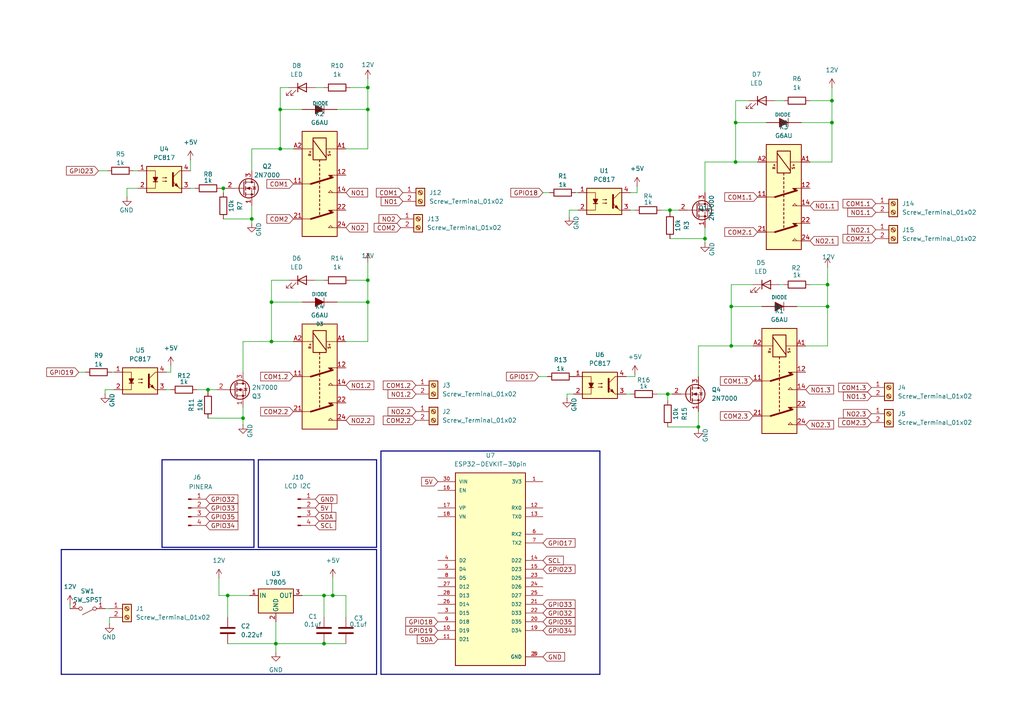
<source format=kicad_sch>
(kicad_sch (version 20250114) (generator "eeschema") (generator_version "9.0")
  (paper "A4")
  (lib_symbols
    (symbol "Connector:Conn_01x04_Pin" (pin_names (offset 1.016) (hide yes))
      (property "Reference" "J" (at 0 5.08 0))
      (property "Value" "Conn_01x04_Pin" (at 0 -7.62 0))
      (symbol "Conn_01x04_Pin_1_1"
        (pin passive line (at 5.08 2.54 180) (length 3.81) (name "Pin_1") (number "1"))
        (pin passive line (at 5.08 0 180) (length 3.81) (name "Pin_2") (number "2"))
        (pin passive line (at 5.08 -2.54 180) (length 3.81) (name "Pin_3") (number "3"))
        (pin passive line (at 5.08 -5.08 180) (length 3.81) (name "Pin_4") (number "4"))
      )
    )
    (symbol "Connector:Screw_Terminal_01x02" (pin_names (offset 1.016) (hide yes))
      (property "Reference" "J" (at 0 2.54 0))
      (property "Value" "Screw_Terminal_01x02" (at 0 -5.08 0))
      (symbol "Screw_Terminal_01x02_1_1"
        (pin passive line (at -5.08 0 0) (length 3.81) (name "Pin_1") (number "1"))
        (pin passive line (at -5.08 -2.54 0) (length 3.81) (name "Pin_2") (number "2"))
      )
    )
    (symbol "Device:C" (pin_numbers (hide yes)) (pin_names (offset 0.254))
      (property "Reference" "C" (at 0.635 2.54 0))
      (property "Value" "C" (at 0.635 -2.54 0))
      (symbol "C_1_1"
        (pin passive line (at 0 3.81 270) (length 2.794) (name "~") (number "1"))
        (pin passive line (at 0 -3.81 90) (length 2.794) (name "~") (number "2"))
      )
    )
    (symbol "Device:LED" (pin_numbers (hide yes)) (pin_names (offset 1.016) (hide yes))
      (property "Reference" "D" (at 0 2.54 0))
      (property "Value" "LED" (at 0 -2.54 0))
      (symbol "LED_1_1"
        (pin passive line (at -3.81 0 0) (length 2.54) (name "K") (number "1"))
        (pin passive line (at 3.81 0 180) (length 2.54) (name "A") (number "2"))
      )
    )
    (symbol "Device:R" (pin_numbers (hide yes)) (pin_names (offset 0))
      (property "Reference" "R" (at 2.032 0 90))
      (property "Value" "R" (at 0 0 90))
      (symbol "R_1_1"
        (pin passive line (at 0 3.81 270) (length 1.27) (name "~") (number "1"))
        (pin passive line (at 0 -3.81 90) (length 1.27) (name "~") (number "2"))
      )
    )
    (symbol "EESTN5:DIODE" (pin_numbers (hide yes)) (pin_names (offset 1.016) (hide yes))
      (property "Reference" "D" (at 0 2.54 0))
      (property "Value" "DIODE" (at 0 -2.54 0))
      (symbol "DIODE_1_1"
        (pin passive line (at -5.08 0 0) (length 3.81) (name "A") (number "1"))
        (pin passive line (at 5.08 0 180) (length 3.81) (name "K") (number "2"))
      )
    )
    (symbol "EESTN5:PC817" (pin_names (offset 1.016))
      (property "Reference" "U" (at -5.08 5.08 0))
      (property "Value" "PC817" (at 0 5.08 0))
      (symbol "PC817_1_1"
        (pin passive line (at -7.62 2.54 0) (length 2.54) (name "~") (number "1"))
        (pin passive line (at -7.62 -2.54 0) (length 2.54) (name "~") (number "2"))
        (pin passive line (at 7.62 2.54 180) (length 2.54) (name "~") (number "4"))
        (pin passive line (at 7.62 -2.54 180) (length 2.54) (name "~") (number "3"))
      )
    )
    (symbol "MixLib:ESP32-DEVKIT-30pin" (pin_names (offset 1.016))
      (property "Reference" "U" (at -10.16 30.48 0))
      (property "Value" "ESP32-DEVKIT-30pin" (at -10.16 -30.48 0))
      (symbol "ESP32-DEVKIT-30pin_0_0"
        (pin input line (at -15.24 25.4 0) (length 5.08) (name "VIN") (number "30"))
        (pin input line (at -15.24 22.86 0) (length 5.08) (name "EN") (number "16"))
        (pin bidirectional line (at -15.24 17.78 0) (length 5.08) (name "VP") (number "17"))
        (pin bidirectional line (at -15.24 15.24 0) (length 5.08) (name "VN") (number "18"))
        (pin bidirectional line (at -15.24 2.54 0) (length 5.08) (name "D2") (number "4"))
        (pin bidirectional line (at -15.24 0 0) (length 5.08) (name "D4") (number "5"))
        (pin bidirectional line (at -15.24 -2.54 0) (length 5.08) (name "D5") (number "8"))
        (pin bidirectional line (at -15.24 -5.08 0) (length 5.08) (name "D12") (number "27"))
        (pin bidirectional line (at -15.24 -7.62 0) (length 5.08) (name "D13") (number "28"))
        (pin bidirectional line (at -15.24 -10.16 0) (length 5.08) (name "D14") (number "26"))
        (pin bidirectional line (at -15.24 -12.7 0) (length 5.08) (name "D15") (number "3"))
        (pin bidirectional line (at -15.24 -15.24 0) (length 5.08) (name "D18") (number "9"))
        (pin bidirectional line (at -15.24 -17.78 0) (length 5.08) (name "D19") (number "10"))
        (pin bidirectional line (at -15.24 -20.32 0) (length 5.08) (name "D21") (number "11"))
        (pin output line (at 15.24 25.4 180) (length 5.08) (name "3V3") (number "1"))
        (pin input line (at 15.24 17.78 180) (length 5.08) (name "RX0") (number "12"))
        (pin output line (at 15.24 15.24 180) (length 5.08) (name "TX0") (number "13"))
        (pin input line (at 15.24 10.16 180) (length 5.08) (name "RX2") (number "6"))
        (pin output line (at 15.24 7.62 180) (length 5.08) (name "TX2") (number "7"))
        (pin bidirectional line (at 15.24 2.54 180) (length 5.08) (name "D22") (number "14"))
        (pin bidirectional line (at 15.24 0 180) (length 5.08) (name "D23") (number "15"))
        (pin bidirectional line (at 15.24 -2.54 180) (length 5.08) (name "D25") (number "23"))
        (pin bidirectional line (at 15.24 -5.08 180) (length 5.08) (name "D26") (number "24"))
        (pin bidirectional line (at 15.24 -7.62 180) (length 5.08) (name "D27") (number "25"))
        (pin bidirectional line (at 15.24 -10.16 180) (length 5.08) (name "D32") (number "21"))
        (pin bidirectional line (at 15.24 -12.7 180) (length 5.08) (name "D33") (number "22"))
        (pin bidirectional line (at 15.24 -15.24 180) (length 5.08) (name "D35") (number "20"))
        (pin bidirectional line (at 15.24 -17.78 180) (length 5.08) (name "D34") (number "19"))
        (pin power_in line (at 15.24 -25.4 180) (length 5.08) (name "GND") (number "2"))
        (pin power_in line (at 15.24 -25.4 180) (length 5.08) (name "GND") (number "29"))
      )
    )
    (symbol "Regulator_Linear:L7805" (pin_names (offset 0.254))
      (property "Reference" "U" (at -3.81 3.175 0))
      (property "Value" "L7805" (at 0 3.175 0))
      (symbol "L7805_1_1"
        (pin power_in line (at -7.62 0 0) (length 2.54) (name "IN") (number "1"))
        (pin power_in line (at 0 -7.62 90) (length 2.54) (name "GND") (number "2"))
        (pin power_out line (at 7.62 0 180) (length 2.54) (name "OUT") (number "3"))
      )
    )
    (symbol "Relay:G6AU"
      (property "Reference" "K" (at 16.51 3.81 0))
      (property "Value" "G6AU" (at 16.51 1.27 0))
      (symbol "G6AU_1_0"
        (text "S+" (at -8.89 2.794 0) (effects (font (size 0.762 0.762))))
        (text "R+" (at -8.89 -2.794 0) (effects (font (size 0.762 0.762))))
      )
      (symbol "G6AU_1_1"
        (pin passive line (at -10.16 7.62 270) (length 2.54) (name "~") (number "A1"))
        (pin passive line (at -10.16 -7.62 90) (length 2.54) (name "~") (number "A2"))
        (pin passive line (at -2.54 7.62 270) (length 2.54) (name "~") (number "12"))
        (pin passive line (at 0 -7.62 90) (length 2.54) (name "~") (number "11"))
        (pin passive line (at 2.54 7.62 270) (length 2.54) (name "~") (number "14"))
        (pin passive line (at 7.62 7.62 270) (length 2.54) (name "~") (number "22"))
        (pin passive line (at 10.16 -7.62 90) (length 2.54) (name "~") (number "21"))
        (pin passive line (at 12.7 7.62 270) (length 2.54) (name "~") (number "24"))
      )
    )
    (symbol "Switch:SW_SPST" (pin_names (offset 0) (hide yes))
      (property "Reference" "SW" (at 0 3.175 0))
      (property "Value" "SW_SPST" (at 0 -2.54 0))
      (symbol "SW_SPST_1_1"
        (pin passive line (at -5.08 0 0) (length 2.54) (name "A") (number "1"))
        (pin passive line (at 5.08 0 180) (length 2.54) (name "B") (number "2"))
      )
    )
    (symbol "Transistor_FET:2N7000" (pin_names (hide yes))
      (property "Reference" "Q" (at 5.08 1.905 0))
      (property "Value" "2N7000" (at 5.08 0 0))
      (symbol "2N7000_1_1"
        (pin input line (at -5.08 0 0) (length 2.54) (name "G") (number "2"))
        (pin passive line (at 2.54 5.08 270) (length 2.54) (name "D") (number "3"))
        (pin passive line (at 2.54 -5.08 90) (length 2.54) (name "S") (number "1"))
      )
    )
    (symbol "power:+5V" (power) (pin_numbers (hide yes)) (pin_names (offset 0) (hide yes))
      (property "Value" "+5V" (at 0 3.556 0))
      (symbol "+5V_1_1"
        (pin power_in line (at 0 0 90) (length 0) (name "~") (number "1"))
      )
    )
    (symbol "power:GND" (power) (pin_numbers (hide yes)) (pin_names (offset 0) (hide yes))
      (property "Value" "GND" (at 0 -3.81 0))
      (symbol "GND_1_1"
        (pin power_in line (at 0 0 270) (length 0) (name "~") (number "1"))
      )
    )
    (symbol "power:VCC" (power) (pin_numbers (hide yes)) (pin_names (offset 0) (hide yes))
      (property "Value" "VCC" (at 0 3.556 0))
      (symbol "VCC_1_1"
        (pin power_in line (at 0 0 90) (length 0) (name "~") (number "1"))
      )
    )
  )
  (junction (at 204.47 69.215))
  (junction (at 81.28 31.75))
  (junction (at 213.36 35.56))
  (junction (at 96.52 172.72))
  (junction (at 106.68 87.63))
  (junction (at 240.03 88.9))
  (junction (at 193.675 114.3))
  (junction (at 212.09 100.33))
  (junction (at 78.74 87.63))
  (junction (at 93.98 186.69))
  (junction (at 106.68 31.75))
  (junction (at 60.325 113.03))
  (junction (at 93.98 172.72))
  (junction (at 81.28 43.18))
  (junction (at 106.68 81.28))
  (junction (at 106.68 25.4))
  (junction (at 73.025 63.5))
  (junction (at 212.09 88.9))
  (junction (at 64.77 54.61))
  (junction (at 194.31 60.96))
  (junction (at 78.74 99.06))
  (junction (at 80.01 186.69))
  (junction (at 213.36 46.99))
  (junction (at 66.04 172.72))
  (junction (at 240.03 82.55))
  (junction (at 202.565 123.825))
  (junction (at 241.3 35.56))
  (junction (at 241.3 29.21))
  (junction (at 70.485 121.285))
  (wire (pts (xy 165.1 62.865) (xy 165.1 60.96)))
  (wire (pts (xy 55.245 54.61) (xy 56.515 54.61)))
  (wire (pts (xy 106.68 81.28) (xy 106.68 87.63)))
  (wire (pts (xy 101.6 25.4) (xy 106.68 25.4)))
  (wire (pts (xy 220.98 88.9) (xy 212.09 88.9)))
  (wire (pts (xy 241.3 46.99) (xy 241.3 35.56)))
  (bus (pts (xy 74.93 158.75) (xy 109.22 158.75)))
  (wire (pts (xy 222.25 35.56) (xy 213.36 35.56)))
  (wire (pts (xy 48.26 113.03) (xy 49.53 113.03)))
  (wire (pts (xy 73.025 63.5) (xy 73.025 64.77)))
  (wire (pts (xy 218.44 82.55) (xy 212.09 82.55)))
  (bus (pts (xy 109.22 195.58) (xy 17.78 195.58)))
  (wire (pts (xy 36.83 54.61) (xy 36.83 57.15)))
  (wire (pts (xy 184.15 108.585) (xy 184.15 109.22)))
  (wire (pts (xy 87.63 87.63) (xy 78.74 87.63)))
  (wire (pts (xy 93.98 186.69) (xy 100.33 186.69)))
  (wire (pts (xy 193.675 114.3) (xy 194.945 114.3)))
  (bus (pts (xy 109.22 159.385) (xy 109.22 195.58)))
  (wire (pts (xy 66.04 172.72) (xy 72.39 172.72)))
  (wire (pts (xy 194.31 60.96) (xy 194.31 61.595)))
  (wire (pts (xy 181.61 109.22) (xy 184.15 109.22)))
  (bus (pts (xy 110.49 130.81) (xy 173.99 130.81)))
  (wire (pts (xy 24.765 107.95) (xy 22.86 107.95)))
  (bus (pts (xy 173.99 130.81) (xy 173.99 195.58)))
  (wire (pts (xy 158.75 109.22) (xy 156.21 109.22)))
  (wire (pts (xy 202.565 100.33) (xy 212.09 100.33)))
  (wire (pts (xy 64.135 54.61) (xy 64.77 54.61)))
  (wire (pts (xy 91.44 81.28) (xy 93.98 81.28)))
  (bus (pts (xy 73.66 133.35) (xy 46.99 133.35)))
  (wire (pts (xy 78.74 81.28) (xy 78.74 87.63)))
  (wire (pts (xy 33.02 113.03) (xy 30.48 113.03)))
  (wire (pts (xy 240.03 82.55) (xy 240.03 88.9)))
  (wire (pts (xy 57.15 113.03) (xy 60.325 113.03)))
  (wire (pts (xy 60.325 113.03) (xy 62.865 113.03)))
  (wire (pts (xy 31.115 49.53) (xy 28.575 49.53)))
  (wire (pts (xy 80.01 180.34) (xy 80.01 186.69)))
  (wire (pts (xy 87.63 172.72) (xy 93.98 172.72)))
  (wire (pts (xy 66.04 172.72) (xy 66.04 179.07)))
  (wire (pts (xy 20.32 175.26) (xy 20.32 176.53)))
  (wire (pts (xy 55.245 46.355) (xy 55.245 49.53)))
  (wire (pts (xy 241.3 29.21) (xy 241.3 35.56)))
  (wire (pts (xy 32.385 107.95) (xy 33.02 107.95)))
  (wire (pts (xy 217.17 29.21) (xy 213.36 29.21)))
  (wire (pts (xy 213.36 46.99) (xy 219.71 46.99)))
  (wire (pts (xy 204.47 46.99) (xy 213.36 46.99)))
  (wire (pts (xy 48.26 107.95) (xy 49.53 107.95)))
  (bus (pts (xy 17.78 195.58) (xy 17.78 159.385)))
  (wire (pts (xy 240.03 100.33) (xy 240.03 88.9)))
  (wire (pts (xy 234.95 82.55) (xy 240.03 82.55)))
  (wire (pts (xy 106.68 99.06) (xy 106.68 87.63)))
  (wire (pts (xy 64.77 54.61) (xy 65.405 54.61)))
  (wire (pts (xy 70.485 107.95) (xy 70.485 99.06)))
  (wire (pts (xy 60.325 113.03) (xy 60.325 113.665)))
  (wire (pts (xy 49.53 107.95) (xy 49.53 106.045)))
  (wire (pts (xy 159.385 55.88) (xy 157.48 55.88)))
  (wire (pts (xy 106.68 25.4) (xy 106.68 31.75)))
  (wire (pts (xy 218.44 100.33) (xy 212.09 100.33)))
  (bus (pts (xy 110.49 195.58) (xy 110.49 130.81)))
  (wire (pts (xy 96.52 172.72) (xy 96.52 167.64)))
  (bus (pts (xy 46.99 133.35) (xy 46.99 158.75)))
  (wire (pts (xy 204.47 55.88) (xy 204.47 46.99)))
  (wire (pts (xy 80.01 186.69) (xy 93.98 186.69)))
  (wire (pts (xy 240.03 88.9) (xy 231.14 88.9)))
  (wire (pts (xy 182.88 60.96) (xy 184.15 60.96)))
  (wire (pts (xy 38.735 49.53) (xy 40.005 49.53)))
  (wire (pts (xy 240.03 77.47) (xy 240.03 82.55)))
  (wire (pts (xy 100.33 172.72) (xy 96.52 172.72)))
  (wire (pts (xy 64.77 54.61) (xy 64.77 55.88)))
  (wire (pts (xy 184.785 55.88) (xy 184.785 53.975)))
  (wire (pts (xy 85.09 99.06) (xy 78.74 99.06)))
  (wire (pts (xy 240.03 100.33) (xy 233.68 100.33)))
  (wire (pts (xy 241.3 25.4) (xy 241.3 29.21)))
  (wire (pts (xy 212.09 82.55) (xy 212.09 88.9)))
  (wire (pts (xy 60.325 121.285) (xy 70.485 121.285)))
  (wire (pts (xy 106.68 43.18) (xy 106.68 31.75)))
  (wire (pts (xy 194.31 60.96) (xy 196.85 60.96)))
  (wire (pts (xy 31.75 179.07) (xy 31.75 180.975)))
  (wire (pts (xy 93.98 172.72) (xy 93.98 179.07)))
  (wire (pts (xy 194.31 69.215) (xy 204.47 69.215)))
  (bus (pts (xy 173.99 195.58) (xy 110.49 195.58)))
  (wire (pts (xy 193.675 123.825) (xy 202.565 123.825)))
  (wire (pts (xy 78.74 87.63) (xy 78.74 99.06)))
  (wire (pts (xy 234.95 29.21) (xy 241.3 29.21)))
  (wire (pts (xy 63.5 172.72) (xy 66.04 172.72)))
  (wire (pts (xy 190.5 114.3) (xy 193.675 114.3)))
  (wire (pts (xy 83.82 81.28) (xy 78.74 81.28)))
  (wire (pts (xy 182.88 55.88) (xy 184.785 55.88)))
  (wire (pts (xy 70.485 118.11) (xy 70.485 121.285)))
  (wire (pts (xy 106.68 31.75) (xy 97.79 31.75)))
  (wire (pts (xy 202.565 119.38) (xy 202.565 123.825)))
  (wire (pts (xy 73.025 49.53) (xy 73.025 43.18)))
  (wire (pts (xy 106.68 99.06) (xy 100.33 99.06)))
  (wire (pts (xy 106.68 87.63) (xy 97.79 87.63)))
  (wire (pts (xy 81.28 43.18) (xy 85.09 43.18)))
  (wire (pts (xy 64.77 63.5) (xy 73.025 63.5)))
  (wire (pts (xy 106.68 22.86) (xy 106.68 25.4)))
  (bus (pts (xy 73.66 133.35) (xy 73.66 158.75)))
  (wire (pts (xy 106.68 43.18) (xy 100.33 43.18)))
  (bus (pts (xy 109.22 133.35) (xy 74.93 133.35)))
  (wire (pts (xy 93.98 172.72) (xy 96.52 172.72)))
  (wire (pts (xy 181.61 114.3) (xy 182.88 114.3)))
  (wire (pts (xy 70.485 121.285) (xy 70.485 123.19)))
  (wire (pts (xy 81.28 31.75) (xy 81.28 43.18)))
  (wire (pts (xy 166.37 114.3) (xy 164.465 114.3)))
  (wire (pts (xy 66.04 186.69) (xy 80.01 186.69)))
  (wire (pts (xy 81.28 25.4) (xy 81.28 31.75)))
  (wire (pts (xy 202.565 109.22) (xy 202.565 100.33)))
  (wire (pts (xy 213.36 35.56) (xy 213.36 46.99)))
  (wire (pts (xy 213.36 29.21) (xy 213.36 35.56)))
  (wire (pts (xy 167.005 55.88) (xy 167.64 55.88)))
  (wire (pts (xy 63.5 167.64) (xy 63.5 172.72)))
  (wire (pts (xy 212.09 88.9) (xy 212.09 100.33)))
  (wire (pts (xy 91.44 25.4) (xy 93.98 25.4)))
  (bus (pts (xy 109.22 158.75) (xy 109.22 133.35)))
  (wire (pts (xy 204.47 69.215) (xy 204.47 70.485)))
  (wire (pts (xy 191.77 60.96) (xy 194.31 60.96)))
  (wire (pts (xy 30.48 176.53) (xy 31.75 176.53)))
  (wire (pts (xy 193.675 114.3) (xy 193.675 116.205)))
  (wire (pts (xy 241.3 46.99) (xy 234.95 46.99)))
  (wire (pts (xy 101.6 81.28) (xy 106.68 81.28)))
  (bus (pts (xy 17.78 159.385) (xy 109.22 159.385)))
  (wire (pts (xy 204.47 66.04) (xy 204.47 69.215)))
  (wire (pts (xy 73.025 59.69) (xy 73.025 63.5)))
  (wire (pts (xy 80.01 186.69) (xy 80.01 189.23)))
  (wire (pts (xy 106.68 76.2) (xy 106.68 81.28)))
  (wire (pts (xy 100.33 179.07) (xy 100.33 172.72)))
  (wire (pts (xy 83.82 25.4) (xy 81.28 25.4)))
  (wire (pts (xy 227.33 82.55) (xy 226.06 82.55)))
  (bus (pts (xy 46.99 158.75) (xy 73.66 158.75)))
  (wire (pts (xy 36.83 54.61) (xy 40.005 54.61)))
  (wire (pts (xy 73.025 43.18) (xy 81.28 43.18)))
  (wire (pts (xy 165.1 60.96) (xy 167.64 60.96)))
  (wire (pts (xy 202.565 123.825) (xy 202.565 124.46)))
  (wire (pts (xy 164.465 114.3) (xy 164.465 115.57)))
  (wire (pts (xy 81.28 31.75) (xy 87.63 31.75)))
  (wire (pts (xy 30.48 113.03) (xy 30.48 114.3)))
  (wire (pts (xy 224.79 29.21) (xy 227.33 29.21)))
  (wire (pts (xy 241.3 35.56) (xy 232.41 35.56)))
  (wire (pts (xy 70.485 99.06) (xy 78.74 99.06)))
  (bus (pts (xy 74.93 133.35) (xy 74.93 158.75)))
  (global_label "NO1" (shape input) (at 116.84 58.42 180) (property "Intersheetrefs" "${INTERSHEET_REFS}" (effects (hide yes))))
  (global_label "SDA" (shape input) (at 127 185.42 180) (property "Intersheetrefs" "${INTERSHEET_REFS}" (effects (hide yes))))
  (global_label "COM1.1" (shape input) (at 254 59.055 180) (property "Intersheetrefs" "${INTERSHEET_REFS}" (effects (hide yes))))
  (global_label "COM2.3" (shape input) (at 252.73 122.555 180) (property "Intersheetrefs" "${INTERSHEET_REFS}" (effects (hide yes))))
  (global_label "COM1.3" (shape input) (at 218.44 110.49 180) (property "Intersheetrefs" "${INTERSHEET_REFS}" (effects (hide yes))))
  (global_label "NO1.3" (shape input) (at 252.73 114.935 180) (property "Intersheetrefs" "${INTERSHEET_REFS}" (effects (hide yes))))
  (global_label "COM2.2" (shape input) (at 85.09 119.38 180) (property "Intersheetrefs" "${INTERSHEET_REFS}" (effects (hide yes))))
  (global_label "COM1" (shape input) (at 116.84 55.88 180) (property "Intersheetrefs" "${INTERSHEET_REFS}" (effects (hide yes))))
  (global_label "NO2.2" (shape input) (at 100.33 121.92 0) (property "Intersheetrefs" "${INTERSHEET_REFS}" (effects (hide yes))))
  (global_label "GPIO23" (shape input) (at 157.48 165.1 0) (property "Intersheetrefs" "${INTERSHEET_REFS}" (effects (hide yes))))
  (global_label "GPIO19" (shape input) (at 127 182.88 180) (property "Intersheetrefs" "${INTERSHEET_REFS}" (effects (hide yes))))
  (global_label "SCL" (shape input) (at 91.44 152.4 0) (property "Intersheetrefs" "${INTERSHEET_REFS}" (effects (hide yes))))
  (global_label "5V" (shape input) (at 91.44 147.32 0) (property "Intersheetrefs" "${INTERSHEET_REFS}" (effects (hide yes))))
  (global_label "COM2" (shape input) (at 85.09 63.5 180) (property "Intersheetrefs" "${INTERSHEET_REFS}" (effects (hide yes))))
  (global_label "GPIO18" (shape input) (at 157.48 55.88 180) (property "Intersheetrefs" "${INTERSHEET_REFS}" (effects (hide yes))))
  (global_label "NO2" (shape input) (at 100.33 66.04 0) (property "Intersheetrefs" "${INTERSHEET_REFS}" (effects (hide yes))))
  (global_label "COM2.1" (shape input) (at 254 69.215 180) (property "Intersheetrefs" "${INTERSHEET_REFS}" (effects (hide yes))))
  (global_label "GPIO17" (shape input) (at 157.48 157.48 0) (property "Intersheetrefs" "${INTERSHEET_REFS}" (effects (hide yes))))
  (global_label "NO2.2" (shape input) (at 120.65 119.38 180) (property "Intersheetrefs" "${INTERSHEET_REFS}" (effects (hide yes))))
  (global_label "COM2.3" (shape input) (at 218.44 120.65 180) (property "Intersheetrefs" "${INTERSHEET_REFS}" (effects (hide yes))))
  (global_label "COM1.3" (shape input) (at 252.73 112.395 180) (property "Intersheetrefs" "${INTERSHEET_REFS}" (effects (hide yes))))
  (global_label "NO1.2" (shape input) (at 120.65 114.3 180) (property "Intersheetrefs" "${INTERSHEET_REFS}" (effects (hide yes))))
  (global_label "GPIO32" (shape input) (at 157.48 177.8 0) (property "Intersheetrefs" "${INTERSHEET_REFS}" (effects (hide yes))))
  (global_label "5V" (shape input) (at 127 139.7 180) (property "Intersheetrefs" "${INTERSHEET_REFS}" (effects (hide yes))))
  (global_label "COM2.2" (shape input) (at 120.65 121.92 180) (property "Intersheetrefs" "${INTERSHEET_REFS}" (effects (hide yes))))
  (global_label "COM2.1" (shape input) (at 219.71 67.31 180) (property "Intersheetrefs" "${INTERSHEET_REFS}" (effects (hide yes))))
  (global_label "COM1" (shape input) (at 85.09 53.34 180) (property "Intersheetrefs" "${INTERSHEET_REFS}" (effects (hide yes))))
  (global_label "GND" (shape input) (at 157.48 190.5 0) (property "Intersheetrefs" "${INTERSHEET_REFS}" (effects (hide yes))))
  (global_label "GPIO35" (shape input) (at 157.48 180.34 0) (property "Intersheetrefs" "${INTERSHEET_REFS}" (effects (hide yes))))
  (global_label "NO1.1" (shape input) (at 234.95 59.69 0) (property "Intersheetrefs" "${INTERSHEET_REFS}" (effects (hide yes))))
  (global_label "COM1.2" (shape input) (at 85.09 109.22 180) (property "Intersheetrefs" "${INTERSHEET_REFS}" (effects (hide yes))))
  (global_label "GPIO19" (shape input) (at 22.86 107.95 180) (property "Intersheetrefs" "${INTERSHEET_REFS}" (effects (hide yes))))
  (global_label "SDA" (shape input) (at 91.44 149.86 0) (property "Intersheetrefs" "${INTERSHEET_REFS}" (effects (hide yes))))
  (global_label "GPIO34" (shape input) (at 157.48 182.88 0) (property "Intersheetrefs" "${INTERSHEET_REFS}" (effects (hide yes))))
  (global_label "NO2.3" (shape input) (at 252.73 120.015 180) (property "Intersheetrefs" "${INTERSHEET_REFS}" (effects (hide yes))))
  (global_label "COM1.1" (shape input) (at 219.71 57.15 180) (property "Intersheetrefs" "${INTERSHEET_REFS}" (effects (hide yes))))
  (global_label "NO1.1" (shape input) (at 254 61.595 180) (property "Intersheetrefs" "${INTERSHEET_REFS}" (effects (hide yes))))
  (global_label "NO1" (shape input) (at 100.33 55.88 0) (property "Intersheetrefs" "${INTERSHEET_REFS}" (effects (hide yes))))
  (global_label "GPIO17" (shape input) (at 156.21 109.22 180) (property "Intersheetrefs" "${INTERSHEET_REFS}" (effects (hide yes))))
  (global_label "NO2.1" (shape input) (at 254 66.675 180) (property "Intersheetrefs" "${INTERSHEET_REFS}" (effects (hide yes))))
  (global_label "COM1.2" (shape input) (at 120.65 111.76 180) (property "Intersheetrefs" "${INTERSHEET_REFS}" (effects (hide yes))))
  (global_label "GPIO34" (shape input) (at 59.69 152.4 0) (property "Intersheetrefs" "${INTERSHEET_REFS}" (effects (hide yes))))
  (global_label "GPIO32" (shape input) (at 59.69 144.78 0) (property "Intersheetrefs" "${INTERSHEET_REFS}" (effects (hide yes))))
  (global_label "NO1.2" (shape input) (at 100.33 111.76 0) (property "Intersheetrefs" "${INTERSHEET_REFS}" (effects (hide yes))))
  (global_label "NO2.3" (shape input) (at 233.68 123.19 0) (property "Intersheetrefs" "${INTERSHEET_REFS}" (effects (hide yes))))
  (global_label "GPIO23" (shape input) (at 28.575 49.53 180) (property "Intersheetrefs" "${INTERSHEET_REFS}" (effects (hide yes))))
  (global_label "GPIO18" (shape input) (at 127 180.34 180) (property "Intersheetrefs" "${INTERSHEET_REFS}" (effects (hide yes))))
  (global_label "SCL" (shape input) (at 157.48 162.56 0) (property "Intersheetrefs" "${INTERSHEET_REFS}" (effects (hide yes))))
  (global_label "NO1.3" (shape input) (at 233.68 113.03 0) (property "Intersheetrefs" "${INTERSHEET_REFS}" (effects (hide yes))))
  (global_label "GND" (shape input) (at 91.44 144.78 0) (property "Intersheetrefs" "${INTERSHEET_REFS}" (effects (hide yes))))
  (global_label "NO2.1" (shape input) (at 234.95 69.85 0) (property "Intersheetrefs" "${INTERSHEET_REFS}" (effects (hide yes))))
  (global_label "GPIO35" (shape input) (at 59.69 149.86 0) (property "Intersheetrefs" "${INTERSHEET_REFS}" (effects (hide yes))))
  (global_label "GPIO33" (shape input) (at 157.48 175.26 0) (property "Intersheetrefs" "${INTERSHEET_REFS}" (effects (hide yes))))
  (global_label "COM2" (shape input) (at 116.205 66.04 180) (property "Intersheetrefs" "${INTERSHEET_REFS}" (effects (hide yes))))
  (global_label "NO2" (shape input) (at 116.205 63.5 180) (property "Intersheetrefs" "${INTERSHEET_REFS}" (effects (hide yes))))
  (global_label "GPIO33" (shape input) (at 59.69 147.32 0) (property "Intersheetrefs" "${INTERSHEET_REFS}" (effects (hide yes))))
  (symbol (lib_id "Device:R") (at 64.77 59.69 0) (unit 1)
    (property "Reference" "R7" (at 69.596 59.69 90))
    (property "Value" "10k" (at 67.056 59.69 90))
    (property "Footprint" "Resistor_SMD:R_0805_2012Metric" (effects (hide yes)))
    (property "Description" "Resistor" (effects (hide yes)))
  )
  (symbol (lib_id "Connector:Screw_Terminal_01x02") (at 125.73 111.76 0) (unit 1)
    (property "Reference" "J3" (at 128.27 111.7599 0) (effects (justify left)))
    (property "Value" "Screw_Terminal_01x02" (at 128.27 114.2999 0) (effects (justify left)))
    (property "Footprint" "TerminalBlock:TerminalBlock_bornier-2_P5.08mm" (effects (hide yes)))
    (property "Description" "Generic screw terminal, single row, 01x02, script generated (kicad-library-utils/schlib/autogen/connector/)" (effects (hide yes)))
  )
  (symbol (lib_id "Transistor_FET:2N7000") (at 200.025 114.3 0) (unit 1)
    (property "Reference" "Q4" (at 206.375 113.0299 0) (effects (justify left)))
    (property "Value" "2N7000" (at 206.375 115.5699 0) (effects (justify left)))
    (property "Footprint" "EESTN5:to92" (effects (hide yes)))
    (property "Datasheet" "https://www.vishay.com/docs/70226/70226.pdf" (effects (hide yes)))
    (property "Description" "0.2A Id, 200V Vds, N-Channel MOSFET, 2.6V Logic Level, TO-92" (effects (hide yes)))
  )
  (symbol (lib_id "Regulator_Linear:L7805") (at 80.01 172.72 0) (unit 1)
    (property "Reference" "U3" (at 80.01 166.37 0))
    (property "Value" "L7805" (at 80.01 168.91 0))
    (property "Footprint" "Package_TO_SOT_SMD:TO-263-3_TabPin2" (effects (hide yes)))
    (property "Datasheet" "http://www.st.com/content/ccc/resource/technical/document/datasheet/41/4f/b3/b0/12/d4/47/88/CD00000444.pdf/files/CD00000444.pdf/jcr:content/translations/en.CD00000444.pdf" (effects (hide yes)))
    (property "Description" "Positive 1.5A 35V Linear Regulator, Fixed Output 5V, TO-220/TO-263/TO-252" (effects (hide yes)))
  )
  (symbol (lib_id "Relay:G6AU") (at 226.06 110.49 270) (unit 1)
    (property "Reference" "K1" (at 226.06 90.17 90))
    (property "Value" "G6AU" (at 226.06 92.71 90))
    (property "Footprint" "Relay_THT:Relay_DPDT_Omron_G6A" (effects (hide yes)))
    (property "Datasheet" "https://omronfs.omron.com/en_US/ecb/products/pdf/en-g6a.pdf" (effects (hide yes)))
    (property "Description" "Industry-Standard 2-pole relay, designed to switch 2A Signal Loads, Single-winding Latching" (effects (hide yes)))
  )
  (symbol (lib_id "power:+5V") (at 55.245 46.355 0) (unit 1)
    (property "Reference" "#PWR011" (effects (hide yes)))
    (property "Value" "+5V" (at 55.245 41.275 0))
    (property "Description" "Power symbol creates a global label with name \"+5V\"" (effects (hide yes)))
  )
  (symbol (lib_id "power:GND") (at 202.565 124.46 0) (unit 1)
    (property "Reference" "#PWR019" (effects (hide yes)))
    (property "Value" "GND" (at 204.597 124.206 90) (effects (justify right)))
    (property "Description" "Power symbol creates a global label with name \"GND\" , ground" (effects (hide yes)))
  )
  (symbol (lib_id "power:+5V") (at 96.52 167.64 0) (unit 1)
    (property "Reference" "#PWR06" (effects (hide yes)))
    (property "Value" "+5V" (at 96.52 162.56 0))
    (property "Description" "Power symbol creates a global label with name \"+5V\"" (effects (hide yes)))
  )
  (symbol (lib_id "power:VCC") (at 241.3 25.4 0) (unit 1)
    (property "Reference" "#PWR04" (effects (hide yes)))
    (property "Value" "12V" (at 241.3 20.32 0))
    (property "Description" "Power symbol creates a global label with name \"VCC\"" (effects (hide yes)))
  )
  (symbol (lib_id "power:VCC") (at 240.03 77.47 0) (unit 1)
    (property "Reference" "#PWR021" (effects (hide yes)))
    (property "Value" "12V" (at 240.284 74.549 0))
    (property "Description" "Power symbol creates a global label with name \"VCC\"" (effects (hide yes)))
  )
  (symbol (lib_id "Device:R") (at 97.79 25.4 270) (unit 1)
    (property "Reference" "R10" (at 97.79 19.05 90))
    (property "Value" "1k" (at 97.79 21.59 90))
    (property "Footprint" "Resistor_SMD:R_0805_2012Metric" (effects (hide yes)))
    (property "Description" "Resistor" (effects (hide yes)))
  )
  (symbol (lib_id "Device:R") (at 186.69 114.3 90) (unit 1)
    (property "Reference" "R16" (at 186.69 110.236 90))
    (property "Value" "1k" (at 186.69 112.014 90))
    (property "Footprint" "Resistor_SMD:R_0805_2012Metric" (effects (hide yes)))
    (property "Description" "Resistor" (effects (hide yes)))
  )
  (symbol (lib_id "power:GND") (at 80.01 189.23 0) (unit 1)
    (property "Reference" "#PWR03" (effects (hide yes)))
    (property "Value" "GND" (at 80.01 194.31 0))
    (property "Description" "Power symbol creates a global label with name \"GND\" , ground" (effects (hide yes)))
  )
  (symbol (lib_id "Device:R") (at 162.56 109.22 90) (unit 1)
    (property "Reference" "R13" (at 162.56 104.394 90))
    (property "Value" "1k" (at 162.56 106.934 90))
    (property "Footprint" "Resistor_SMD:R_0805_2012Metric" (effects (hide yes)))
    (property "Description" "Resistor" (effects (hide yes)))
  )
  (symbol (lib_id "Connector:Screw_Terminal_01x02") (at 125.73 119.38 0) (unit 1)
    (property "Reference" "J2" (at 128.27 119.3799 0) (effects (justify left)))
    (property "Value" "Screw_Terminal_01x02" (at 128.27 121.9199 0) (effects (justify left)))
    (property "Footprint" "TerminalBlock:TerminalBlock_bornier-2_P5.08mm" (effects (hide yes)))
    (property "Description" "Generic screw terminal, single row, 01x02, script generated (kicad-library-utils/schlib/autogen/connector/)" (effects (hide yes)))
  )
  (symbol (lib_id "power:GND") (at 70.485 123.19 0) (unit 1)
    (property "Reference" "#PWR016" (effects (hide yes)))
    (property "Value" "GND" (at 72.517 122.936 90) (effects (justify right)))
    (property "Description" "Power symbol creates a global label with name \"GND\" , ground" (effects (hide yes)))
  )
  (symbol (lib_id "power:GND") (at 36.83 57.15 0) (unit 1)
    (property "Reference" "#PWR010" (effects (hide yes)))
    (property "Value" "GND" (at 38.735 60.96 0) (effects (justify right)))
    (property "Description" "Power symbol creates a global label with name \"GND\" , ground" (effects (hide yes)))
  )
  (symbol (lib_id "Device:C") (at 93.98 182.88 0) (unit 1)
    (property "Reference" "C1" (at 89.408 178.816 0) (effects (justify left)))
    (property "Value" "0.1uf" (at 88.138 181.102 0) (effects (justify left)))
    (property "Footprint" "Capacitor_SMD:C_0805_2012Metric_Pad1.18x1.45mm_HandSolder" (effects (hide yes)))
    (property "Description" "Unpolarized capacitor" (effects (hide yes)))
  )
  (symbol (lib_id "Device:LED") (at 220.98 29.21 0) (unit 1)
    (property "Reference" "D7" (at 219.3925 21.59 0))
    (property "Value" "LED" (at 219.3925 24.13 0))
    (property "Footprint" "LED_THT:LED_D5.0mm" (effects (hide yes)))
    (property "Description" "Light emitting diode" (effects (hide yes)))
  )
  (symbol (lib_id "power:GND") (at 204.47 70.485 0) (unit 1)
    (property "Reference" "#PWR01" (effects (hide yes)))
    (property "Value" "GND" (at 206.502 70.231 90) (effects (justify right)))
    (property "Description" "Power symbol creates a global label with name \"GND\" , ground" (effects (hide yes)))
  )
  (symbol (lib_id "Device:R") (at 231.14 29.21 270) (unit 1)
    (property "Reference" "R6" (at 231.14 22.86 90))
    (property "Value" "1k" (at 231.14 25.4 90))
    (property "Footprint" "Resistor_SMD:R_0805_2012Metric" (effects (hide yes)))
    (property "Description" "Resistor" (effects (hide yes)))
  )
  (symbol (lib_id "Connector:Conn_01x04_Pin") (at 86.36 147.32 0) (unit 1)
    (property "Reference" "J10" (at 86.36 138.43 0))
    (property "Value" "LCD I2C" (at 86.36 140.97 0))
    (property "Footprint" "EESTN5:pin_strip_4" (effects (hide yes)))
    (property "Description" "Generic connector, single row, 01x04, script generated" (effects (hide yes)))
  )
  (symbol (lib_id "Device:R") (at 163.195 55.88 90) (unit 1)
    (property "Reference" "R1" (at 163.195 51.054 90))
    (property "Value" "1k" (at 163.195 53.594 90))
    (property "Footprint" "Resistor_SMD:R_0805_2012Metric" (effects (hide yes)))
    (property "Description" "Resistor" (effects (hide yes)))
  )
  (symbol (lib_id "Transistor_FET:2N7000") (at 201.93 60.96 0) (unit 1)
    (property "Reference" "Q1" (at 202.565 60.325 0) (effects (justify left)))
    (property "Value" "2N7000" (at 206.375 64.135 90) (effects (justify left)))
    (property "Footprint" "EESTN5:to92" (effects (hide yes)))
    (property "Datasheet" "https://www.vishay.com/docs/70226/70226.pdf" (effects (hide yes)))
    (property "Description" "0.2A Id, 200V Vds, N-Channel MOSFET, 2.6V Logic Level, TO-92" (effects (hide yes)))
  )
  (symbol (lib_id "power:VCC") (at 106.68 76.2 0) (unit 1)
    (property "Reference" "#PWR017" (effects (hide yes)))
    (property "Value" "12V" (at 106.68 74.168 0))
    (property "Description" "Power symbol creates a global label with name \"VCC\"" (effects (hide yes)))
  )
  (symbol (lib_id "Switch:SW_SPST") (at 25.4 176.53 180) (unit 1)
    (property "Reference" "SW1" (at 25.4 171.45 0))
    (property "Value" "SW_SPST" (at 25.4 173.99 0))
    (property "Footprint" "Connector_PinHeader_2.54mm:PinHeader_1x02_P2.54mm_Vertical" (effects (hide yes)))
    (property "Description" "Single Pole Single Throw (SPST) switch" (effects (hide yes)))
  )
  (symbol (lib_id "Transistor_FET:2N7000") (at 67.945 113.03 0) (unit 1)
    (property "Reference" "Q3" (at 73.025 114.935 0) (effects (justify left)))
    (property "Value" "2N7000" (at 73.025 112.395 0) (effects (justify left)))
    (property "Footprint" "EESTN5:to92" (effects (hide yes)))
    (property "Datasheet" "https://www.vishay.com/docs/70226/70226.pdf" (effects (hide yes)))
    (property "Description" "0.2A Id, 200V Vds, N-Channel MOSFET, 2.6V Logic Level, TO-92" (effects (hide yes)))
  )
  (symbol (lib_id "power:VCC") (at 20.32 175.26 0) (unit 1)
    (property "Reference" "#PWR08" (effects (hide yes)))
    (property "Value" "12V" (at 20.32 170.18 0))
    (property "Description" "Power symbol creates a global label with name \"VCC\"" (effects (hide yes)))
  )
  (symbol (lib_id "Device:R") (at 231.14 82.55 270) (unit 1)
    (property "Reference" "R2" (at 230.886 77.724 90))
    (property "Value" "1k" (at 231.14 79.756 90))
    (property "Footprint" "Resistor_SMD:R_0805_2012Metric" (effects (hide yes)))
    (property "Description" "Resistor" (effects (hide yes)))
  )
  (symbol (lib_id "Device:R") (at 194.31 65.405 0) (unit 1)
    (property "Reference" "R3" (at 199.136 65.405 90))
    (property "Value" "10k" (at 196.596 65.405 90))
    (property "Footprint" "Resistor_SMD:R_0805_2012Metric" (effects (hide yes)))
    (property "Description" "Resistor" (effects (hide yes)))
  )
  (symbol (lib_id "Device:C") (at 100.33 182.88 0) (unit 1)
    (property "Reference" "C3" (at 102.616 179.324 0) (effects (justify left)))
    (property "Value" "0.1uf" (at 101.346 181.102 0) (effects (justify left)))
    (property "Footprint" "Capacitor_THT:CP_Radial_D8.0mm_P5.00mm" (effects (hide yes)))
    (property "Description" "Unpolarized capacitor" (effects (hide yes)))
  )
  (symbol (lib_id "Device:LED") (at 222.25 82.55 0) (unit 1)
    (property "Reference" "D5" (at 220.6625 76.2 0))
    (property "Value" "LED" (at 220.6625 78.74 0))
    (property "Footprint" "LED_THT:LED_D5.0mm" (effects (hide yes)))
    (property "Description" "Light emitting diode" (effects (hide yes)))
  )
  (symbol (lib_id "Device:C") (at 66.04 182.88 0) (unit 1)
    (property "Reference" "C2" (at 69.85 181.6099 0) (effects (justify left)))
    (property "Value" "0.22uf" (at 69.85 184.1499 0) (effects (justify left)))
    (property "Footprint" "Capacitor_SMD:C_0805_2012Metric_Pad1.18x1.45mm_HandSolder" (effects (hide yes)))
    (property "Description" "Unpolarized capacitor" (effects (hide yes)))
  )
  (symbol (lib_id "Device:R") (at 28.575 107.95 90) (unit 1)
    (property "Reference" "R9" (at 28.575 103.124 90))
    (property "Value" "1k" (at 28.575 105.664 90))
    (property "Footprint" "Resistor_SMD:R_0805_2012Metric" (effects (hide yes)))
    (property "Description" "Resistor" (effects (hide yes)))
  )
  (symbol (lib_id "EESTN5:DIODE") (at 92.71 87.63 0) (unit 1)
    (property "Reference" "D3" (at 92.7481 93.98 0) (effects (font (size 1.016 1.016))))
    (property "Value" "DIODE" (at 92.71 85.344 0) (effects (font (size 1.016 1.016))))
    (property "Footprint" "Diode_SMD:D_SMA" (effects (hide yes)))
  )
  (symbol (lib_id "Connector:Screw_Terminal_01x02") (at 121.92 55.88 0) (unit 1)
    (property "Reference" "J12" (at 124.46 55.8799 0) (effects (justify left)))
    (property "Value" "Screw_Terminal_01x02" (at 124.46 58.4199 0) (effects (justify left)))
    (property "Footprint" "TerminalBlock:TerminalBlock_bornier-2_P5.08mm" (effects (hide yes)))
    (property "Description" "Generic screw terminal, single row, 01x02, script generated (kicad-library-utils/schlib/autogen/connector/)" (effects (hide yes)))
  )
  (symbol (lib_id "Relay:G6AU") (at 92.71 53.34 270) (unit 1)
    (property "Reference" "K2" (at 92.71 33.02 90))
    (property "Value" "G6AU" (at 92.71 35.56 90))
    (property "Footprint" "Relay_THT:Relay_DPDT_Omron_G6A" (effects (hide yes)))
    (property "Datasheet" "https://omronfs.omron.com/en_US/ecb/products/pdf/en-g6a.pdf" (effects (hide yes)))
    (property "Description" "Industry-Standard 2-pole relay, designed to switch 2A Signal Loads, Single-winding Latching" (effects (hide yes)))
  )
  (symbol (lib_id "power:+5V") (at 49.53 106.045 0) (unit 1)
    (property "Reference" "#PWR02" (effects (hide yes)))
    (property "Value" "+5V" (at 49.53 100.965 0))
    (property "Description" "Power symbol creates a global label with name \"+5V\"" (effects (hide yes)))
  )
  (symbol (lib_id "Connector:Screw_Terminal_01x02") (at 259.08 66.675 0) (unit 1)
    (property "Reference" "J15" (at 261.62 66.6749 0) (effects (justify left)))
    (property "Value" "Screw_Terminal_01x02" (at 261.62 69.2149 0) (effects (justify left)))
    (property "Footprint" "TerminalBlock:TerminalBlock_bornier-2_P5.08mm" (effects (hide yes)))
    (property "Description" "Generic screw terminal, single row, 01x02, script generated (kicad-library-utils/schlib/autogen/connector/)" (effects (hide yes)))
  )
  (symbol (lib_id "power:GND") (at 164.465 115.57 0) (unit 1)
    (property "Reference" "#PWR018" (effects (hide yes)))
    (property "Value" "GND" (at 166.497 115.316 90) (effects (justify right)))
    (property "Description" "Power symbol creates a global label with name \"GND\" , ground" (effects (hide yes)))
  )
  (symbol (lib_id "Connector:Screw_Terminal_01x02") (at 257.81 120.015 0) (unit 1)
    (property "Reference" "J5" (at 260.35 120.0149 0) (effects (justify left)))
    (property "Value" "Screw_Terminal_01x02" (at 260.35 122.5549 0) (effects (justify left)))
    (property "Footprint" "TerminalBlock:TerminalBlock_bornier-2_P5.08mm" (effects (hide yes)))
    (property "Description" "Generic screw terminal, single row, 01x02, script generated (kicad-library-utils/schlib/autogen/connector/)" (effects (hide yes)))
  )
  (symbol (lib_id "power:GND") (at 30.48 114.3 0) (unit 1)
    (property "Reference" "#PWR014" (effects (hide yes)))
    (property "Value" "GND" (at 32.512 114.046 90) (effects (justify right)))
    (property "Description" "Power symbol creates a global label with name \"GND\" , ground" (effects (hide yes)))
  )
  (symbol (lib_id "power:GND") (at 165.1 62.865 0) (unit 1)
    (property "Reference" "#PWR09" (effects (hide yes)))
    (property "Value" "GND" (at 167.132 62.611 90) (effects (justify right)))
    (property "Description" "Power symbol creates a global label with name \"GND\" , ground" (effects (hide yes)))
  )
  (symbol (lib_id "power:GND") (at 73.025 64.77 0) (unit 1)
    (property "Reference" "#PWR012" (effects (hide yes)))
    (property "Value" "GND" (at 75.057 64.516 90) (effects (justify right)))
    (property "Description" "Power symbol creates a global label with name \"GND\" , ground" (effects (hide yes)))
  )
  (symbol (lib_id "Connector:Conn_01x04_Pin") (at 54.61 147.32 0) (unit 1)
    (property "Reference" "J6" (at 57.15 138.43 0))
    (property "Value" "PINERA" (at 58.166 141.224 0))
    (property "Footprint" "Connector_PinHeader_2.54mm:PinHeader_1x04_P2.54mm_Vertical" (effects (hide yes)))
    (property "Description" "Generic connector, single row, 01x04, script generated" (effects (hide yes)))
  )
  (symbol (lib_id "Device:R") (at 97.79 81.28 270) (unit 1)
    (property "Reference" "R14" (at 97.79 74.93 90))
    (property "Value" "1k" (at 97.79 77.47 90))
    (property "Footprint" "Resistor_SMD:R_0805_2012Metric" (effects (hide yes)))
    (property "Description" "Resistor" (effects (hide yes)))
  )
  (symbol (lib_id "power:GND") (at 31.75 180.975 0) (unit 1)
    (property "Reference" "#PWR07" (effects (hide yes)))
    (property "Value" "GND" (at 33.655 184.785 0) (effects (justify right)))
    (property "Description" "Power symbol creates a global label with name \"GND\" , ground" (effects (hide yes)))
  )
  (symbol (lib_id "power:VCC") (at 106.68 22.86 0) (unit 1)
    (property "Reference" "#PWR013" (effects (hide yes)))
    (property "Value" "12V" (at 106.68 18.796 0))
    (property "Description" "Power symbol creates a global label with name \"VCC\"" (effects (hide yes)))
  )
  (symbol (lib_id "Relay:G6AU") (at 227.33 57.15 270) (unit 1)
    (property "Reference" "K3" (at 227.33 36.83 90))
    (property "Value" "G6AU" (at 227.33 39.37 90))
    (property "Footprint" "Relay_THT:Relay_DPDT_Omron_G6A" (effects (hide yes)))
    (property "Datasheet" "https://omronfs.omron.com/en_US/ecb/products/pdf/en-g6a.pdf" (effects (hide yes)))
    (property "Description" "Industry-Standard 2-pole relay, designed to switch 2A Signal Loads, Single-winding Latching" (effects (hide yes)))
  )
  (symbol (lib_id "EESTN5:PC817") (at 175.26 58.42 0) (unit 1)
    (property "Reference" "U1" (at 175.26 49.53 0))
    (property "Value" "PC817" (at 175.26 52.07 0))
    (property "Footprint" "Package_SO:SSO-4_6.7x5.1mm_P2.54mm_Clearance8mm" (effects (hide yes)))
    (property "Datasheet" "http://www.soselectronic.cz/a_info/resource/d/pc817.pdf" (effects (hide yes)))
    (property "Description" "DC Optocoupler, Vce 35V, CTR 50-300%, DIP4" (effects (hide yes)))
  )
  (symbol (lib_id "EESTN5:PC817") (at 173.99 111.76 0) (unit 1)
    (property "Reference" "U6" (at 173.99 102.87 0))
    (property "Value" "PC817" (at 173.99 105.41 0))
    (property "Footprint" "Package_SO:SSO-4_6.7x5.1mm_P2.54mm_Clearance8mm" (effects (hide yes)))
    (property "Datasheet" "http://www.soselectronic.cz/a_info/resource/d/pc817.pdf" (effects (hide yes)))
    (property "Description" "DC Optocoupler, Vce 35V, CTR 50-300%, DIP4" (effects (hide yes)))
  )
  (symbol (lib_id "Device:LED") (at 87.63 25.4 0) (unit 1)
    (property "Reference" "D8" (at 86.0425 19.05 0))
    (property "Value" "LED" (at 86.0425 21.59 0))
    (property "Footprint" "LED_THT:LED_D5.0mm" (effects (hide yes)))
    (property "Description" "Light emitting diode" (effects (hide yes)))
  )
  (symbol (lib_id "EESTN5:DIODE") (at 226.06 88.9 0) (unit 1)
    (property "Reference" "D4" (at 225.552 89.027 0) (effects (font (size 1.016 1.016))))
    (property "Value" "DIODE" (at 226.06 86.233 0) (effects (font (size 1.016 1.016))))
    (property "Footprint" "Diode_SMD:D_SMA" (effects (hide yes)))
  )
  (symbol (lib_id "Connector:Screw_Terminal_01x02") (at 257.81 112.395 0) (unit 1)
    (property "Reference" "J4" (at 260.35 112.3949 0) (effects (justify left)))
    (property "Value" "Screw_Terminal_01x02" (at 260.35 114.9349 0) (effects (justify left)))
    (property "Footprint" "TerminalBlock:TerminalBlock_bornier-2_P5.08mm" (effects (hide yes)))
    (property "Description" "Generic screw terminal, single row, 01x02, script generated (kicad-library-utils/schlib/autogen/connector/)" (effects (hide yes)))
  )
  (symbol (lib_id "Device:LED") (at 87.63 81.28 0) (unit 1)
    (property "Reference" "D6" (at 86.0425 74.93 0))
    (property "Value" "LED" (at 86.0425 77.47 0))
    (property "Footprint" "LED_THT:LED_D5.0mm" (effects (hide yes)))
    (property "Description" "Light emitting diode" (effects (hide yes)))
  )
  (symbol (lib_id "Device:R") (at 187.96 60.96 90) (unit 1)
    (property "Reference" "R4" (at 187.96 56.896 90))
    (property "Value" "1k" (at 187.96 58.674 90))
    (property "Footprint" "Resistor_SMD:R_0805_2012Metric" (effects (hide yes)))
    (property "Description" "Resistor" (effects (hide yes)))
  )
  (symbol (lib_id "EESTN5:PC817") (at 40.64 110.49 0) (unit 1)
    (property "Reference" "U5" (at 40.64 101.6 0))
    (property "Value" "PC817" (at 40.64 104.14 0))
    (property "Footprint" "Package_SO:SSO-4_6.7x5.1mm_P2.54mm_Clearance8mm" (effects (hide yes)))
    (property "Datasheet" "http://www.soselectronic.cz/a_info/resource/d/pc817.pdf" (effects (hide yes)))
    (property "Description" "DC Optocoupler, Vce 35V, CTR 50-300%, DIP4" (effects (hide yes)))
  )
  (symbol (lib_id "Connector:Screw_Terminal_01x02") (at 259.08 59.055 0) (unit 1)
    (property "Reference" "J14" (at 261.62 59.0549 0) (effects (justify left)))
    (property "Value" "Screw_Terminal_01x02" (at 261.62 61.5949 0) (effects (justify left)))
    (property "Footprint" "TerminalBlock:TerminalBlock_bornier-2_P5.08mm" (effects (hide yes)))
    (property "Description" "Generic screw terminal, single row, 01x02, script generated (kicad-library-utils/schlib/autogen/connector/)" (effects (hide yes)))
  )
  (symbol (lib_id "EESTN5:PC817") (at 47.625 52.07 0) (unit 1)
    (property "Reference" "U4" (at 47.625 43.18 0))
    (property "Value" "PC817" (at 47.625 45.72 0))
    (property "Footprint" "Package_SO:SSO-4_6.7x5.1mm_P2.54mm_Clearance8mm" (effects (hide yes)))
    (property "Datasheet" "http://www.soselectronic.cz/a_info/resource/d/pc817.pdf" (effects (hide yes)))
    (property "Description" "DC Optocoupler, Vce 35V, CTR 50-300%, DIP4" (effects (hide yes)))
  )
  (symbol (lib_id "Connector:Screw_Terminal_01x02") (at 36.83 176.53 0) (unit 1)
    (property "Reference" "J1" (at 39.37 176.5299 0) (effects (justify left)))
    (property "Value" "Screw_Terminal_01x02" (at 39.37 179.0699 0) (effects (justify left)))
    (property "Footprint" "TerminalBlock:TerminalBlock_bornier-2_P5.08mm" (effects (hide yes)))
    (property "Description" "Generic screw terminal, single row, 01x02, script generated (kicad-library-utils/schlib/autogen/connector/)" (effects (hide yes)))
  )
  (symbol (lib_id "power:+5V") (at 184.15 108.585 0) (unit 1)
    (property "Reference" "#PWR015" (effects (hide yes)))
    (property "Value" "+5V" (at 184.15 103.505 0))
    (property "Description" "Power symbol creates a global label with name \"+5V\"" (effects (hide yes)))
  )
  (symbol (lib_id "Transistor_FET:2N7000") (at 70.485 54.61 0) (unit 1)
    (property "Reference" "Q2" (at 77.47 48.26 0))
    (property "Value" "2N7000" (at 77.47 50.8 0))
    (property "Footprint" "EESTN5:to92" (effects (hide yes)))
    (property "Datasheet" "https://www.vishay.com/docs/70226/70226.pdf" (effects (hide yes)))
    (property "Description" "0.2A Id, 200V Vds, N-Channel MOSFET, 2.6V Logic Level, TO-92" (effects (hide yes)))
  )
  (symbol (lib_id "Device:R") (at 34.925 49.53 90) (unit 1)
    (property "Reference" "R5" (at 34.925 44.704 90))
    (property "Value" "1k" (at 34.925 47.244 90))
    (property "Footprint" "Resistor_SMD:R_0805_2012Metric" (effects (hide yes)))
    (property "Description" "Resistor" (effects (hide yes)))
  )
  (symbol (lib_id "Device:R") (at 60.325 54.61 90) (unit 1)
    (property "Reference" "R8" (at 60.325 50.546 90))
    (property "Value" "1k" (at 60.325 52.324 90))
    (property "Footprint" "Resistor_SMD:R_0805_2012Metric" (effects (hide yes)))
    (property "Description" "Resistor" (effects (hide yes)))
  )
  (symbol (lib_id "Relay:G6AU") (at 92.71 109.22 270) (unit 1)
    (property "Reference" "K4" (at 92.71 88.9 90))
    (property "Value" "G6AU" (at 92.71 91.44 90))
    (property "Footprint" "Relay_THT:Relay_DPDT_Omron_G6A" (effects (hide yes)))
    (property "Datasheet" "https://omronfs.omron.com/en_US/ecb/products/pdf/en-g6a.pdf" (effects (hide yes)))
    (property "Description" "Industry-Standard 2-pole relay, designed to switch 2A Signal Loads, Single-winding Latching" (effects (hide yes)))
  )
  (symbol (lib_id "EESTN5:DIODE") (at 92.71 31.75 0) (unit 1)
    (property "Reference" "D1" (at 92.71 31.242 0) (effects (font (size 1.016 1.016))))
    (property "Value" "DIODE" (at 92.964 29.972 0) (effects (font (size 1.016 1.016))))
    (property "Footprint" "Diode_SMD:D_SMA" (effects (hide yes)))
  )
  (symbol (lib_id "EESTN5:DIODE") (at 227.33 35.56 0) (unit 1)
    (property "Reference" "D2" (at 227.33 35.56 0) (effects (font (size 1.016 1.016))))
    (property "Value" "DIODE" (at 227.076 33.274 0) (effects (font (size 1.016 1.016))))
    (property "Footprint" "Diode_SMD:D_SMA" (effects (hide yes)))
  )
  (symbol (lib_id "Device:R") (at 60.325 117.475 180) (unit 1)
    (property "Reference" "R11" (at 55.499 117.475 90))
    (property "Value" "10k" (at 58.039 117.475 90))
    (property "Footprint" "Resistor_SMD:R_0805_2012Metric" (effects (hide yes)))
    (property "Description" "Resistor" (effects (hide yes)))
  )
  (symbol (lib_id "Connector:Screw_Terminal_01x02") (at 121.285 63.5 0) (unit 1)
    (property "Reference" "J13" (at 123.825 63.4999 0) (effects (justify left)))
    (property "Value" "Screw_Terminal_01x02" (at 123.825 66.0399 0) (effects (justify left)))
    (property "Footprint" "TerminalBlock:TerminalBlock_bornier-2_P5.08mm" (effects (hide yes)))
    (property "Description" "Generic screw terminal, single row, 01x02, script generated (kicad-library-utils/schlib/autogen/connector/)" (effects (hide yes)))
  )
  (symbol (lib_id "power:+5V") (at 184.785 53.975 0) (unit 1)
    (property "Reference" "#PWR022" (effects (hide yes)))
    (property "Value" "+5V" (at 184.785 48.895 0))
    (property "Description" "Power symbol creates a global label with name \"+5V\"" (effects (hide yes)))
  )
  (symbol (lib_id "Device:R") (at 193.675 120.015 0) (unit 1)
    (property "Reference" "R15" (at 198.501 120.015 90))
    (property "Value" "10k" (at 195.961 120.015 90))
    (property "Footprint" "Resistor_SMD:R_0805_2012Metric" (effects (hide yes)))
    (property "Description" "Resistor" (effects (hide yes)))
  )
  (symbol (lib_id "power:VCC") (at 63.5 167.64 0) (unit 1)
    (property "Reference" "#PWR05" (effects (hide yes)))
    (property "Value" "12V" (at 63.5 162.56 0))
    (property "Description" "Power symbol creates a global label with name \"VCC\"" (effects (hide yes)))
  )
  (symbol (lib_id "MixLib:ESP32-DEVKIT-30pin") (at 142.24 165.1 0) (unit 1)
    (property "Reference" "U7" (at 142.24 132.08 0))
    (property "Value" "ESP32-DEVKIT-30pin" (at 142.24 134.62 0))
    (property "Footprint" "MixLib-main:MODULE_ESP32_DEVKIT_V1" (effects (hide yes)))
    (property "MF" "Do it" (effects (hide yes)))
    (property "MAXIMUM_PACKAGE_HEIGHT" "6.8 mm" (effects (hide yes)))
    (property "Package" "None" (effects (hide yes)))
    (property "Price" "None" (effects (hide yes)))
    (property "Check_prices" "https://www.snapeda.com/parts/ESP32-DEVKIT-V1/Do+it/view-part/?ref=eda" (effects (hide yes)))
    (property "STANDARD" "Manufacturer Recommendations" (effects (hide yes)))
    (property "PARTREV" "N/A" (effects (hide yes)))
    (property "SnapEDA_Link" "https://www.snapeda.com/parts/ESP32-DEVKIT-V1/Do+it/view-part/?ref=snap" (effects (hide yes)))
    (property "MP" "ESP32-DEVKIT-V1" (effects (hide yes)))
    (property "Description_1" "Dual core, Wi-Fi: 2.4 GHz up to 150 Mbits/s,BLE (Bluetooth Low Energy) and legacy Bluetooth, 32 bits, Up to 240 MHz" (effects (hide yes)))
    (property "Availability" "Not in stock" (effects (hide yes)))
    (property "MANUFACTURER" "DOIT" (effects (hide yes)))
  )
  (symbol (lib_id "Device:R") (at 53.34 113.03 90) (unit 1)
    (property "Reference" "R12" (at 53.34 108.966 90))
    (property "Value" "1k" (at 53.34 110.744 90))
    (property "Footprint" "Resistor_SMD:R_0805_2012Metric" (effects (hide yes)))
    (property "Description" "Resistor" (effects (hide yes)))
  )
)
</source>
